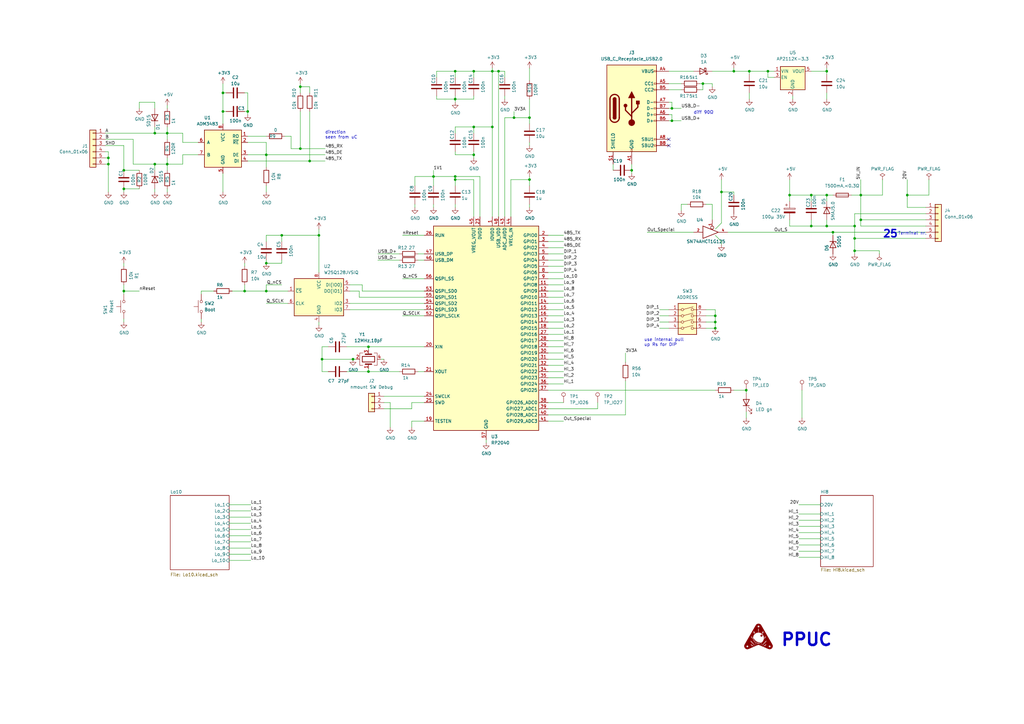
<source format=kicad_sch>
(kicad_sch (version 20211123) (generator eeschema)
  (paper "A3")
  (title_block (title "Out_8x10") (date "2023-10-08") (rev "0.01"))
  (junction (at 201.93 52.07))
  (junction (at 186.69 72.39))
  (junction (at 210.82 48.26))
  (junction (at 130.81 96.52))
  (junction (at 306.07 160.02))
  (junction (at 194.31 29.21))
  (junction (at 115.57 96.52))
  (junction (at 204.47 29.21))
  (junction (at 109.22 119.38))
  (junction (at 341.63 95.25))
  (junction (at 177.8 72.39))
  (junction (at 275.59 49.53))
  (junction (at 44.45 64.77))
  (junction (at 323.85 80.01))
  (junction (at 350.52 92.71))
  (junction (at 50.8 119.38))
  (junction (at 100.33 119.38))
  (junction (at 293.37 134.62))
  (junction (at 123.19 60.96))
  (junction (at 132.08 147.32))
  (junction (at 109.22 63.5))
  (junction (at 293.37 129.54))
  (junction (at 63.5 54.61))
  (junction (at 50.8 69.85))
  (junction (at 194.31 63.5))
  (junction (at 339.09 92.71))
  (junction (at 186.69 29.21))
  (junction (at 275.59 44.45))
  (junction (at 186.69 40.64))
  (junction (at 123.19 35.56))
  (junction (at 144.78 147.32))
  (junction (at 332.74 80.01))
  (junction (at 194.31 52.07))
  (junction (at 350.52 97.79))
  (junction (at 217.17 48.26))
  (junction (at 332.74 92.71))
  (junction (at 314.96 29.21))
  (junction (at 372.11 80.01))
  (junction (at 109.22 107.95))
  (junction (at 91.44 38.1))
  (junction (at 217.17 73.66))
  (junction (at 307.34 29.21))
  (junction (at 127 66.04))
  (junction (at 353.06 90.17))
  (junction (at 91.44 45.72))
  (junction (at 339.09 80.01))
  (junction (at 259.08 69.85))
  (junction (at 186.69 73.66))
  (junction (at 350.52 102.87))
  (junction (at 101.6 45.72))
  (junction (at 295.91 78.74))
  (junction (at 293.37 132.08))
  (junction (at 151.13 142.24))
  (junction (at 63.5 67.31))
  (junction (at 50.8 77.47))
  (junction (at 151.13 152.4))
  (junction (at 339.09 29.21))
  (junction (at 300.99 29.21))
  (junction (at 288.29 34.29))
  (junction (at 44.45 67.31))
  (junction (at 353.06 80.01))
  (junction (at 68.58 67.31))
  (junction (at 68.58 54.61))
  (junction (at 201.93 29.21))
  (no_connect (at 274.32 59.69))
  (no_connect (at 274.32 57.15))
  (wire (pts (xy 194.31 88.9) (xy 194.31 73.66)))
  (wire (pts (xy 142.24 152.4) (xy 151.13 152.4)))
  (wire (pts (xy 224.79 142.24) (xy 231.14 142.24)))
  (wire (pts (xy 224.79 144.78) (xy 231.14 144.78)))
  (wire (pts (xy 293.37 127) (xy 293.37 129.54)))
  (wire (pts (xy 314.96 31.75) (xy 317.5 31.75)))
  (wire (pts (xy 127 35.56) (xy 127 38.1)))
  (wire (pts (xy 217.17 83.82) (xy 217.17 85.09)))
  (wire (pts (xy 123.19 45.72) (xy 123.19 60.96)))
  (wire (pts (xy 50.8 107.95) (xy 50.8 109.22)))
  (wire (pts (xy 224.79 114.3) (xy 231.14 114.3)))
  (wire (pts (xy 186.69 62.23) (xy 186.69 63.5)))
  (wire (pts (xy 224.79 121.92) (xy 231.14 121.92)))
  (wire (pts (xy 353.06 80.01) (xy 353.06 90.17)))
  (wire (pts (xy 224.79 109.22) (xy 231.14 109.22)))
  (wire (pts (xy 63.5 77.47) (xy 63.5 78.74)))
  (wire (pts (xy 134.62 142.24) (xy 132.08 142.24)))
  (wire (pts (xy 115.57 96.52) (xy 130.81 96.52)))
  (wire (pts (xy 224.79 96.52) (xy 231.14 96.52)))
  (wire (pts (xy 179.07 29.21) (xy 179.07 31.75)))
  (wire (pts (xy 68.58 77.47) (xy 68.58 78.74)))
  (wire (pts (xy 100.33 119.38) (xy 109.22 119.38)))
  (wire (pts (xy 57.15 41.91) (xy 57.15 44.45)))
  (wire (pts (xy 123.19 35.56) (xy 123.19 38.1)))
  (wire (pts (xy 224.79 160.02) (xy 293.37 160.02)))
  (wire (pts (xy 173.99 172.72) (xy 168.91 172.72)))
  (wire (pts (xy 274.32 29.21) (xy 284.48 29.21)))
  (wire (pts (xy 115.57 116.84) (xy 109.22 116.84)))
  (wire (pts (xy 68.58 64.77) (xy 68.58 67.31)))
  (wire (pts (xy 360.68 104.14) (xy 360.68 102.87)))
  (wire (pts (xy 289.56 134.62) (xy 293.37 134.62)))
  (wire (pts (xy 82.55 119.38) (xy 87.63 119.38)))
  (wire (pts (xy 353.06 90.17) (xy 379.73 90.17)))
  (wire (pts (xy 300.99 27.94) (xy 300.99 29.21)))
  (wire (pts (xy 132.08 147.32) (xy 144.78 147.32)))
  (wire (pts (xy 289.56 127) (xy 293.37 127)))
  (wire (pts (xy 196.85 72.39) (xy 186.69 72.39)))
  (wire (pts (xy 306.07 168.91) (xy 306.07 171.45)))
  (wire (pts (xy 307.34 38.1) (xy 307.34 40.64)))
  (wire (pts (xy 194.31 52.07) (xy 194.31 54.61)))
  (wire (pts (xy 68.58 43.18) (xy 68.58 44.45)))
  (wire (pts (xy 186.69 63.5) (xy 194.31 63.5)))
  (wire (pts (xy 224.79 111.76) (xy 231.14 111.76)))
  (wire (pts (xy 353.06 73.66) (xy 353.06 80.01)))
  (wire (pts (xy 274.32 36.83) (xy 279.4 36.83)))
  (wire (pts (xy 270.51 127) (xy 274.32 127)))
  (wire (pts (xy 274.32 34.29) (xy 279.4 34.29)))
  (wire (pts (xy 217.17 76.2) (xy 217.17 73.66)))
  (wire (pts (xy 142.24 142.24) (xy 151.13 142.24)))
  (wire (pts (xy 323.85 73.66) (xy 323.85 80.01)))
  (wire (pts (xy 132.08 142.24) (xy 132.08 147.32)))
  (wire (pts (xy 74.93 67.31) (xy 74.93 63.5)))
  (wire (pts (xy 157.48 165.1) (xy 160.02 165.1)))
  (wire (pts (xy 93.98 229.87) (xy 102.87 229.87)))
  (wire (pts (xy 109.22 63.5) (xy 133.35 63.5)))
  (wire (pts (xy 307.34 29.21) (xy 307.34 30.48)))
  (wire (pts (xy 350.52 87.63) (xy 350.52 92.71)))
  (wire (pts (xy 194.31 73.66) (xy 186.69 73.66)))
  (wire (pts (xy 224.79 149.86) (xy 231.14 149.86)))
  (wire (pts (xy 327.66 226.06) (xy 336.55 226.06)))
  (wire (pts (xy 279.4 86.36) (xy 279.4 83.82)))
  (wire (pts (xy 101.6 58.42) (xy 109.22 58.42)))
  (wire (pts (xy 44.45 64.77) (xy 44.45 67.31)))
  (wire (pts (xy 251.46 67.31) (xy 251.46 69.85)))
  (wire (pts (xy 341.63 96.52) (xy 341.63 95.25)))
  (wire (pts (xy 43.18 57.15) (xy 54.61 57.15)))
  (wire (pts (xy 327.66 215.9) (xy 336.55 215.9)))
  (wire (pts (xy 274.32 49.53) (xy 275.59 49.53)))
  (wire (pts (xy 339.09 80.01) (xy 341.63 80.01)))
  (wire (pts (xy 44.45 62.23) (xy 44.45 64.77)))
  (wire (pts (xy 295.91 78.74) (xy 295.91 91.44)))
  (wire (pts (xy 325.12 39.37) (xy 325.12 40.64)))
  (wire (pts (xy 93.98 214.63) (xy 102.87 214.63)))
  (wire (pts (xy 201.93 29.21) (xy 204.47 29.21)))
  (wire (pts (xy 259.08 67.31) (xy 259.08 69.85)))
  (wire (pts (xy 339.09 38.1) (xy 339.09 40.64)))
  (wire (pts (xy 361.95 80.01) (xy 353.06 80.01)))
  (wire (pts (xy 327.66 210.82) (xy 336.55 210.82)))
  (wire (pts (xy 93.98 207.01) (xy 102.87 207.01)))
  (wire (pts (xy 82.55 119.38) (xy 82.55 120.65)))
  (wire (pts (xy 50.8 116.84) (xy 50.8 119.38)))
  (wire (pts (xy 93.98 212.09) (xy 102.87 212.09)))
  (wire (pts (xy 147.32 119.38) (xy 147.32 121.92)))
  (wire (pts (xy 74.93 63.5) (xy 81.28 63.5)))
  (wire (pts (xy 50.8 119.38) (xy 57.15 119.38)))
  (wire (pts (xy 201.93 29.21) (xy 201.93 52.07)))
  (wire (pts (xy 350.52 97.79) (xy 350.52 102.87)))
  (wire (pts (xy 130.81 96.52) (xy 130.81 111.76)))
  (wire (pts (xy 50.8 69.85) (xy 57.15 69.85)))
  (wire (pts (xy 177.8 72.39) (xy 177.8 76.2)))
  (wire (pts (xy 300.99 80.01) (xy 300.99 78.74)))
  (wire (pts (xy 92.71 38.1) (xy 91.44 38.1)))
  (wire (pts (xy 173.99 142.24) (xy 151.13 142.24)))
  (wire (pts (xy 157.48 167.64) (xy 168.91 167.64)))
  (wire (pts (xy 293.37 132.08) (xy 293.37 134.62)))
  (wire (pts (xy 224.79 129.54) (xy 231.14 129.54)))
  (wire (pts (xy 306.07 160.02) (xy 306.07 161.29)))
  (wire (pts (xy 170.18 72.39) (xy 177.8 72.39)))
  (wire (pts (xy 43.18 64.77) (xy 44.45 64.77)))
  (wire (pts (xy 186.69 29.21) (xy 186.69 31.75)))
  (wire (pts (xy 339.09 82.55) (xy 339.09 80.01)))
  (wire (pts (xy 217.17 40.64) (xy 217.17 48.26)))
  (wire (pts (xy 186.69 29.21) (xy 194.31 29.21)))
  (wire (pts (xy 372.11 85.09) (xy 372.11 80.01)))
  (wire (pts (xy 295.91 99.06) (xy 295.91 100.33)))
  (wire (pts (xy 154.94 104.14) (xy 163.83 104.14)))
  (wire (pts (xy 360.68 102.87) (xy 350.52 102.87)))
  (wire (pts (xy 43.18 54.61) (xy 63.5 54.61)))
  (wire (pts (xy 207.01 48.26) (xy 207.01 88.9)))
  (wire (pts (xy 270.51 129.54) (xy 274.32 129.54)))
  (wire (pts (xy 323.85 92.71) (xy 332.74 92.71)))
  (wire (pts (xy 353.06 90.17) (xy 353.06 92.71)))
  (wire (pts (xy 332.74 29.21) (xy 339.09 29.21)))
  (wire (pts (xy 63.5 54.61) (xy 68.58 54.61)))
  (wire (pts (xy 194.31 39.37) (xy 194.31 40.64)))
  (wire (pts (xy 157.48 162.56) (xy 173.99 162.56)))
  (wire (pts (xy 204.47 29.21) (xy 207.01 29.21)))
  (wire (pts (xy 332.74 82.55) (xy 332.74 80.01)))
  (wire (pts (xy 68.58 54.61) (xy 74.93 54.61)))
  (wire (pts (xy 270.51 134.62) (xy 274.32 134.62)))
  (wire (pts (xy 217.17 58.42) (xy 217.17 59.69)))
  (wire (pts (xy 101.6 45.72) (xy 101.6 46.99)))
  (wire (pts (xy 74.93 54.61) (xy 74.93 58.42)))
  (wire (pts (xy 288.29 34.29) (xy 292.1 34.29)))
  (wire (pts (xy 256.54 144.78) (xy 256.54 148.59)))
  (wire (pts (xy 54.61 57.15) (xy 54.61 67.31)))
  (wire (pts (xy 275.59 41.91) (xy 275.59 44.45)))
  (wire (pts (xy 314.96 29.21) (xy 317.5 29.21)))
  (wire (pts (xy 186.69 72.39) (xy 177.8 72.39)))
  (wire (pts (xy 50.8 77.47) (xy 50.8 78.74)))
  (wire (pts (xy 293.37 93.98) (xy 295.91 91.44)))
  (wire (pts (xy 171.45 104.14) (xy 173.99 104.14)))
  (wire (pts (xy 379.73 97.79) (xy 350.52 97.79)))
  (wire (pts (xy 339.09 92.71) (xy 332.74 92.71)))
  (wire (pts (xy 194.31 62.23) (xy 194.31 63.5)))
  (wire (pts (xy 171.45 152.4) (xy 173.99 152.4)))
  (wire (pts (xy 194.31 63.5) (xy 194.31 64.77)))
  (wire (pts (xy 372.11 80.01) (xy 381 80.01)))
  (wire (pts (xy 101.6 63.5) (xy 109.22 63.5)))
  (wire (pts (xy 224.79 99.06) (xy 231.14 99.06)))
  (wire (pts (xy 289.56 132.08) (xy 293.37 132.08)))
  (wire (pts (xy 207.01 48.26) (xy 210.82 48.26)))
  (wire (pts (xy 93.98 222.25) (xy 102.87 222.25)))
  (wire (pts (xy 44.45 67.31) (xy 44.45 78.74)))
  (wire (pts (xy 350.52 92.71) (xy 339.09 92.71)))
  (wire (pts (xy 168.91 165.1) (xy 173.99 165.1)))
  (wire (pts (xy 287.02 34.29) (xy 288.29 34.29)))
  (wire (pts (xy 339.09 90.17) (xy 339.09 92.71)))
  (wire (pts (xy 361.95 73.66) (xy 361.95 80.01)))
  (wire (pts (xy 68.58 67.31) (xy 74.93 67.31)))
  (wire (pts (xy 95.25 119.38) (xy 100.33 119.38)))
  (wire (pts (xy 300.99 29.21) (xy 307.34 29.21)))
  (wire (pts (xy 224.79 106.68) (xy 231.14 106.68)))
  (wire (pts (xy 217.17 48.26) (xy 217.17 50.8)))
  (wire (pts (xy 300.99 78.74) (xy 295.91 78.74)))
  (wire (pts (xy 179.07 39.37) (xy 179.07 40.64)))
  (wire (pts (xy 154.94 106.68) (xy 163.83 106.68)))
  (wire (pts (xy 274.32 46.99) (xy 275.59 46.99)))
  (wire (pts (xy 148.59 116.84) (xy 148.59 119.38)))
  (wire (pts (xy 91.44 38.1) (xy 91.44 45.72)))
  (wire (pts (xy 332.74 92.71) (xy 332.74 90.17)))
  (wire (pts (xy 171.45 106.68) (xy 173.99 106.68)))
  (wire (pts (xy 288.29 34.29) (xy 288.29 36.83)))
  (wire (pts (xy 109.22 124.46) (xy 118.11 124.46)))
  (wire (pts (xy 327.66 228.6) (xy 336.55 228.6)))
  (wire (pts (xy 109.22 99.06) (xy 109.22 96.52)))
  (wire (pts (xy 151.13 152.4) (xy 163.83 152.4)))
  (wire (pts (xy 381 80.01) (xy 381 73.66)))
  (wire (pts (xy 165.1 96.52) (xy 173.99 96.52)))
  (wire (pts (xy 168.91 167.64) (xy 168.91 165.1)))
  (wire (pts (xy 63.5 44.45) (xy 63.5 41.91)))
  (wire (pts (xy 323.85 80.01) (xy 332.74 80.01)))
  (wire (pts (xy 339.09 29.21) (xy 339.09 30.48)))
  (wire (pts (xy 68.58 54.61) (xy 68.58 57.15)))
  (wire (pts (xy 186.69 52.07) (xy 186.69 54.61)))
  (wire (pts (xy 132.08 152.4) (xy 134.62 152.4)))
  (wire (pts (xy 194.31 29.21) (xy 201.93 29.21)))
  (wire (pts (xy 379.73 87.63) (xy 350.52 87.63)))
  (wire (pts (xy 101.6 55.88) (xy 109.22 55.88)))
  (wire (pts (xy 57.15 77.47) (xy 50.8 77.47)))
  (wire (pts (xy 165.1 114.3) (xy 173.99 114.3)))
  (wire (pts (xy 307.34 29.21) (xy 314.96 29.21)))
  (wire (pts (xy 210.82 45.72) (xy 210.82 48.26)))
  (wire (pts (xy 170.18 83.82) (xy 170.18 85.09)))
  (wire (pts (xy 199.39 180.34) (xy 199.39 181.61)))
  (wire (pts (xy 224.79 104.14) (xy 231.14 104.14)))
  (wire (pts (xy 109.22 63.5) (xy 109.22 58.42)))
  (wire (pts (xy 224.79 134.62) (xy 231.14 134.62)))
  (wire (pts (xy 224.79 165.1) (xy 231.14 165.1)))
  (wire (pts (xy 350.52 102.87) (xy 350.52 104.14)))
  (wire (pts (xy 43.18 67.31) (xy 44.45 67.31)))
  (wire (pts (xy 293.37 129.54) (xy 293.37 132.08)))
  (wire (pts (xy 332.74 80.01) (xy 339.09 80.01)))
  (wire (pts (xy 279.4 83.82) (xy 281.94 83.82)))
  (wire (pts (xy 93.98 227.33) (xy 102.87 227.33)))
  (wire (pts (xy 292.1 34.29) (xy 292.1 35.56)))
  (wire (pts (xy 265.43 95.25) (xy 284.48 95.25)))
  (wire (pts (xy 50.8 119.38) (xy 50.8 120.65)))
  (wire (pts (xy 259.08 69.85) (xy 259.08 71.12)))
  (wire (pts (xy 93.98 219.71) (xy 102.87 219.71)))
  (wire (pts (xy 327.66 223.52) (xy 336.55 223.52)))
  (wire (pts (xy 123.19 60.96) (xy 133.35 60.96)))
  (wire (pts (xy 50.8 59.69) (xy 50.8 69.85)))
  (wire (pts (xy 349.25 80.01) (xy 353.06 80.01)))
  (wire (pts (xy 274.32 44.45) (xy 275.59 44.45)))
  (wire (pts (xy 224.79 139.7) (xy 231.14 139.7)))
  (wire (pts (xy 100.33 116.84) (xy 100.33 119.38)))
  (wire (pts (xy 116.84 55.88) (xy 119.38 55.88)))
  (wire (pts (xy 224.79 127) (xy 231.14 127)))
  (wire (pts (xy 224.79 170.18) (xy 256.54 170.18)))
  (wire (pts (xy 292.1 29.21) (xy 300.99 29.21)))
  (wire (pts (xy 289.56 83.82) (xy 292.1 83.82)))
  (wire (pts (xy 74.93 58.42) (xy 81.28 58.42)))
  (wire (pts (xy 63.5 41.91) (xy 57.15 41.91)))
  (wire (pts (xy 194.31 29.21) (xy 194.31 31.75)))
  (wire (pts (xy 109.22 96.52) (xy 115.57 96.52)))
  (wire (pts (xy 165.1 129.54) (xy 173.99 129.54)))
  (wire (pts (xy 194.31 52.07) (xy 201.93 52.07)))
  (wire (pts (xy 143.51 119.38) (xy 147.32 119.38)))
  (wire (pts (xy 132.08 147.32) (xy 132.08 152.4)))
  (wire (pts (xy 127 45.72) (xy 127 66.04)))
  (wire (pts (xy 323.85 82.55) (xy 323.85 80.01)))
  (wire (pts (xy 54.61 67.31) (xy 63.5 67.31)))
  (wire (pts (xy 119.38 55.88) (xy 119.38 60.96)))
  (wire (pts (xy 68.58 52.07) (xy 68.58 54.61)))
  (wire (pts (xy 148.59 119.38) (xy 173.99 119.38)))
  (wire (pts (xy 275.59 44.45) (xy 279.4 44.45)))
  (wire (pts (xy 82.55 130.81) (xy 82.55 132.08)))
  (wire (pts (xy 151.13 151.13) (xy 151.13 152.4)))
  (wire (pts (xy 92.71 45.72) (xy 91.44 45.72)))
  (wire (pts (xy 100.33 38.1) (xy 101.6 38.1)))
  (wire (pts (xy 292.1 83.82) (xy 292.1 90.17)))
  (wire (pts (xy 186.69 40.64) (xy 186.69 41.91)))
  (wire (pts (xy 207.01 39.37) (xy 207.01 40.64)))
  (wire (pts (xy 179.07 29.21) (xy 186.69 29.21)))
  (wire (pts (xy 186.69 40.64) (xy 194.31 40.64)))
  (wire (pts (xy 207.01 31.75) (xy 207.01 29.21)))
  (wire (pts (xy 339.09 27.94) (xy 339.09 29.21)))
  (wire (pts (xy 287.02 36.83) (xy 288.29 36.83)))
  (wire (pts (xy 224.79 124.46) (xy 231.14 124.46)))
  (wire (pts (xy 293.37 96.52) (xy 295.91 99.06)))
  (wire (pts (xy 143.51 127) (xy 173.99 127)))
  (wire (pts (xy 224.79 137.16) (xy 231.14 137.16)))
  (wire (pts (xy 91.44 71.12) (xy 91.44 78.74)))
  (wire (pts (xy 210.82 48.26) (xy 217.17 48.26)))
  (wire (pts (xy 168.91 172.72) (xy 168.91 175.26)))
  (wire (pts (xy 204.47 29.21) (xy 204.47 88.9)))
  (wire (pts (xy 245.11 165.1) (xy 245.11 167.64)))
  (wire (pts (xy 93.98 224.79) (xy 102.87 224.79)))
  (wire (pts (xy 224.79 147.32) (xy 231.14 147.32)))
  (wire (pts (xy 109.22 119.38) (xy 118.11 119.38)))
  (wire (pts (xy 209.55 88.9) (xy 209.55 73.66)))
  (wire (pts (xy 119.38 60.96) (xy 123.19 60.96)))
  (wire (pts (xy 224.79 116.84) (xy 231.14 116.84)))
  (wire (pts (xy 91.44 45.72) (xy 91.44 50.8)))
  (wire (pts (xy 186.69 72.39) (xy 186.69 73.66)))
  (wire (pts (xy 177.8 69.85) (xy 177.8 72.39)))
  (wire (pts (xy 201.93 27.94) (xy 201.93 29.21)))
  (wire (pts (xy 224.79 152.4) (xy 231.14 152.4)))
  (wire (pts (xy 256.54 156.21) (xy 256.54 170.18)))
  (wire (pts (xy 91.44 34.29) (xy 91.44 38.1)))
  (wire (pts (xy 170.18 76.2) (xy 170.18 72.39)))
  (wire (pts (xy 341.63 95.25) (xy 379.73 95.25)))
  (wire (pts (xy 115.57 106.68) (xy 115.57 107.95)))
  (wire (pts (xy 270.51 132.08) (xy 274.32 132.08)))
  (wire (pts (xy 100.33 45.72) (xy 101.6 45.72)))
  (wire (pts (xy 201.93 52.07) (xy 201.93 88.9)))
  (wire (pts (xy 224.79 172.72) (xy 231.14 172.72)))
  (wire (pts (xy 379.73 85.09) (xy 372.11 85.09)))
  (wire (pts (xy 100.33 107.95) (xy 100.33 109.22)))
  (wire (pts (xy 93.98 217.17) (xy 102.87 217.17)))
  (wire (pts (xy 130.81 93.98) (xy 130.81 96.52)))
  (wire (pts (xy 186.69 83.82) (xy 186.69 85.09)))
  (wire (pts (xy 101.6 66.04) (xy 127 66.04)))
  (wire (pts (xy 127 66.04) (xy 133.35 66.04)))
  (wire (pts (xy 179.07 40.64) (xy 186.69 40.64)))
  (wire (pts (xy 196.85 88.9) (xy 196.85 72.39)))
  (wire (pts (xy 350.52 92.71) (xy 350.52 97.79)))
  (wire (pts (xy 372.11 73.66) (xy 372.11 80.01)))
  (wire (pts (xy 224.79 119.38) (xy 231.14 119.38)))
  (wire (pts (xy 109.22 63.5) (xy 109.22 68.58)))
  (wire (pts (xy 186.69 39.37) (xy 186.69 40.64)))
  (wire (pts (xy 143.51 124.46) (xy 173.99 124.46)))
  (wire (pts (xy 156.21 147.32) (xy 157.48 147.32)))
  (wire (pts (xy 68.58 67.31) (xy 68.58 69.85)))
  (wire (pts (xy 186.69 73.66) (xy 186.69 76.2)))
  (wire (pts (xy 314.96 29.21) (xy 314.96 31.75)))
  (wire (pts (xy 123.19 35.56) (xy 127 35.56)))
  (wire (pts (xy 327.66 213.36) (xy 336.55 213.36)))
  (wire (pts (xy 224.79 167.64) (xy 245.11 167.64)))
  (wire (pts (xy 217.17 27.94) (xy 217.17 33.02)))
  (wire (pts (xy 328.93 160.02) (xy 328.93 171.45)))
  (wire (pts (xy 143.51 116.84) (xy 148.59 116.84)))
  (wire (pts (xy 209.55 73.66) (xy 217.17 73.66)))
  (wire (pts (xy 151.13 142.24) (xy 151.13 143.51)))
  (wire (pts (xy 63.5 52.07) (xy 63.5 54.61)))
  (wire (pts (xy 327.66 220.98) (xy 336.55 220.98)))
  (wire (pts (xy 50.8 59.69) (xy 43.18 59.69)))
  (wire (pts (xy 93.98 209.55) (xy 102.87 209.55)))
  (wire (pts (xy 323.85 90.17) (xy 323.85 92.71)))
  (wire (pts (xy 327.66 207.01) (xy 336.55 207.01)))
  (wire (pts (xy 224.79 101.6) (xy 231.14 101.6)))
  (wire (pts (xy 274.32 41.91) (xy 275.59 41.91)))
  (wire (pts (xy 224.79 154.94) (xy 231.14 154.94)))
  (wire (pts (xy 295.91 73.66) (xy 295.91 78.74)))
  (wire (pts (xy 101.6 38.1) (xy 101.6 45.72)))
  (wire (pts (xy 109.22 106.68) (xy 109.22 107.95)))
  (wire (pts (xy 130.81 132.08) (xy 130.81 133.35)))
  (wire (pts (xy 298.45 95.25) (xy 341.63 95.25)))
  (wire (pts (xy 327.66 218.44) (xy 336.55 218.44)))
  (wire (pts (xy 177.8 83.82) (xy 177.8 85.09)))
  (wire (pts (xy 144.78 147.32) (xy 146.05 147.32)))
  (wire (pts (xy 224.79 157.48) (xy 231.14 157.48)))
  (wire (pts (xy 160.02 165.1) (xy 160.02 175.26)))
  (wire (pts (xy 43.18 62.23) (xy 44.45 62.23)))
  (wire (pts (xy 186.69 52.07) (xy 194.31 52.07)))
  (wire (pts (xy 217.17 72.39) (xy 217.17 73.66)))
  (wire (pts (xy 275.59 49.53) (xy 279.4 49.53)))
  (wire (pts (xy 63.5 69.85) (xy 63.5 67.31)))
  (wire (pts (xy 115.57 107.95) (xy 109.22 107.95)))
  (wire (pts (xy 123.19 34.29) (xy 123.19 35.56)))
  (wire (pts (xy 353.06 92.71) (xy 379.73 92.71)))
  (wire (pts (xy 300.99 160.02) (xy 306.07 160.02)))
  (wire (pts (xy 147.32 121.92) (xy 173.99 121.92)))
  (wire (pts (xy 50.8 130.81) (xy 50.8 132.08)))
  (wire (pts (xy 115.57 96.52) (xy 115.57 99.06)))
  (wire (pts (xy 275.59 46.99) (xy 275.59 49.53)))
  (wire (pts (xy 289.56 129.54) (xy 293.37 129.54)))
  (wire (pts (xy 109.22 76.2) (xy 109.22 78.74)))
  (wire (pts (xy 224.79 132.08) (xy 231.14 132.08)))
  (wire (pts (xy 109.22 116.84) (xy 109.22 119.38)))
  (wire (pts (xy 63.5 67.31) (xy 68.58 67.31)))
  (text "use internal pull\nup Rs for DIP" (at 264.16 142.24 0) (effects (font (size 1.27 1.27)) (justify left bottom)))
  (text "diff 90Ω" (at 284.48 46.99 0) (effects (font (size 1.27 1.27)) (justify left bottom)))
  (text "Terminal nr." (at 368.3 96.52 0) (effects (font (size 1.27 1.27)) (justify left bottom)))
  (text "direction\nseen from uC" (at 133.35 57.15 0) (effects (font (size 1.27 1.27)) (justify left bottom)))
  (text "25" (at 361.95 97.79 0) (effects (font (size 3 3) (thickness 0.6) bold) (justify left bottom)))
  (text "PPUC" (at 320.04 265.43 0) (effects (font (size 5 5) bold) (justify left bottom)))
  (label "Hi_5" (at 231.14 147.32 0))
  (label "DIP_2" (at 270.51 129.54 180))
  (label "Lo_10" (at 102.87 229.87 0))
  (label "DIP_1" (at 270.51 127 180))
  (label "Q_SCLK" (at 109.22 124.46 0))
  (label "nReset" (at 57.15 119.38 0))
  (label "Lo_4" (at 102.87 214.63 0))
  (label "Lo_9" (at 231.14 116.84 0))
  (label "SHD" (at 43.18 59.69 0))
  (label "Hi_8" (at 327.66 228.6 180))
  (label "DIP_3" (at 231.14 109.22 0))
  (label "Lo_3" (at 102.87 212.09 0))
  (label "Lo_5" (at 231.14 127 0))
  (label "Hi_6" (at 327.66 223.52 180))
  (label "Hi_2" (at 231.14 154.94 0))
  (label "20V" (at 372.11 73.66 90))
  (label "USB_D+" (at 154.94 104.14 0))
  (label "DIP_2" (at 231.14 106.68 0))
  (label "A" (at 43.18 54.61 0))
  (label "Hi_3" (at 231.14 152.4 0))
  (label "Hi_2" (at 327.66 213.36 180))
  (label "Lo_10" (at 231.14 114.3 0))
  (label "Q_nCS" (at 115.57 116.84 180))
  (label "USB_D-" (at 154.94 106.68 0))
  (label "Q_nCS" (at 165.1 114.3 0))
  (label "Hi_7" (at 327.66 226.06 180))
  (label "Out_S" (at 317.5 95.25 0))
  (label "Lo_1" (at 231.14 137.16 0))
  (label "Lo_2" (at 231.14 134.62 0))
  (label "Lo_6" (at 102.87 219.71 0))
  (label "485_DE" (at 231.14 101.6 0))
  (label "USB_D-" (at 279.4 44.45 0))
  (label "Lo_8" (at 231.14 119.38 0))
  (label "Lo_5" (at 102.87 217.17 0))
  (label "485_TX" (at 231.14 96.52 0))
  (label "Lo_7" (at 231.14 121.92 0))
  (label "Hi_4" (at 327.66 218.44 180))
  (label "Hi_4" (at 231.14 149.86 0))
  (label "485_RX" (at 133.35 60.96 0))
  (label "3V3A" (at 210.82 45.72 0))
  (label "Lo_7" (at 102.87 222.25 0))
  (label "Lo_1" (at 102.87 207.01 0))
  (label "1V1" (at 177.8 69.85 0))
  (label "DIP_3" (at 270.51 132.08 180))
  (label "3V3A" (at 256.54 144.78 0))
  (label "5V_IN" (at 353.06 73.66 90))
  (label "485_DE" (at 133.35 63.5 0))
  (label "Hi_8" (at 231.14 139.7 0))
  (label "Lo_4" (at 231.14 129.54 0))
  (label "Hi_1" (at 231.14 157.48 0))
  (label "Lo_6" (at 231.14 124.46 0))
  (label "Hi_5" (at 327.66 220.98 180))
  (label "Hi_3" (at 327.66 215.9 180))
  (label "DIP_4" (at 270.51 134.62 180))
  (label "Out_Special" (at 265.43 95.25 0))
  (label "USB_D+" (at 279.4 49.53 0))
  (label "20V" (at 327.66 207.01 180))
  (label "Hi_6" (at 231.14 144.78 0))
  (label "Lo_8" (at 102.87 224.79 0))
  (label "485_RX" (at 231.14 99.06 0))
  (label "nReset" (at 165.1 96.52 0))
  (label "Out_Special" (at 231.14 172.72 0))
  (label "Lo_9" (at 102.87 227.33 0))
  (label "Q_SCLK" (at 165.1 129.54 0))
  (label "Hi_1" (at 327.66 210.82 180))
  (label "Lo_3" (at 231.14 132.08 0))
  (label "DIP_4" (at 231.14 111.76 0))
  (label "B" (at 43.18 57.15 0))
  (label "Lo_2" (at 102.87 209.55 0))
  (label "Hi_7" (at 231.14 142.24 0))
  (label "485_TX" (at 133.35 66.04 0))
  (label "DIP_1" (at 231.14 104.14 0))
  (symbol (lib_id "power:GND") (at 57.15 44.45 0) (unit 1)
    (property "Reference" "#PWR0106" (effects hide))
    (property "Value" "GND" (at 57.277 48.8442 0))
  )
  (symbol (lib_id "power:GND") (at 177.8 85.09 0) (unit 1)
    (property "Reference" "#PWR0114" (effects hide))
    (property "Value" "GND" (at 177.927 89.4842 0))
  )
  (symbol (lib_id "Connector_Generic:Conn_01x03") (at 152.4 165.1 0) (mirror y) (unit 1) (in_bom no)
    (property "Reference" "J2" (at 152.4 156.21 0))
    (property "Value" "nmount SW Debug" (at 152.4 158.75 0))
    (property "Footprint" "Connector_PinSocket_2.54mm:PinSocket_1x03_P2.54mm_Vertical" (effects hide))
  )
  (symbol (lib_id "Device:Fuse") (at 345.44 80.01 90) (unit 1)
    (property "Reference" "F1" (at 345.44 73.66 90))
    (property "Value" "T500mA,<0.3Ω" (at 345.44 76.2 90))
    (property "Footprint" "Fuse:Fuse_1206_3216Metric" (effects hide))
  )
  (symbol (lib_id "Device:R") (at 283.21 34.29 90) (unit 1)
    (property "Reference" "R16" (at 280.67 31.75 90))
    (property "Value" "5k1" (at 284.48 31.75 90))
    (property "Footprint" "Resistor_SMD:R_0603_1608Metric" (effects hide))
  )
  (symbol (lib_id "Device:C") (at 339.09 34.29 0) (unit 1)
    (property "Reference" "C24" (at 342.9 33.0199 0) (effects (justify left)))
    (property "Value" "10u" (at 342.9 35.5599 0) (effects (justify left)))
    (property "Footprint" "Capacitor_SMD:C_0603_1608Metric" (effects hide))
  )
  (symbol (lib_id "Device:C") (at 300.99 83.82 0) (unit 1)
    (property "Reference" "C20" (at 299.72 82.55 90) (effects (justify left)))
    (property "Value" "100n" (at 304.8 86.36 90) (effects (justify left)))
    (property "Footprint" "Capacitor_SMD:C_0402_1005Metric" (effects hide))
  )
  (symbol (lib_id "power:GND") (at 217.17 85.09 0) (unit 1)
    (property "Reference" "#PWR0127" (effects hide))
    (property "Value" "GND" (at 217.297 89.4842 0))
  )
  (symbol (lib_id "Device:R") (at 297.18 160.02 90) (unit 1)
    (property "Reference" "R19" (at 295.91 157.48 90))
    (property "Value" "1k" (at 295.91 162.56 90))
    (property "Footprint" "Resistor_SMD:R_0402_1005Metric" (effects hide))
  )
  (symbol (lib_id "Device:D_Zener") (at 339.09 86.36 270) (unit 1)
    (property "Reference" "D5" (at 337.82 81.28 0) (effects (justify left)))
    (property "Value" "SMAJ5.0" (at 341.63 82.55 0) (effects (justify left)))
    (property "Footprint" "Diode_SMD:D_SMA" (effects hide))
  )
  (symbol (lib_id "Device:R") (at 123.19 41.91 0) (unit 1)
    (property "Reference" "R10" (at 120.65 38.1 90))
    (property "Value" "10k" (at 120.65 43.18 90))
    (property "Footprint" "Resistor_SMD:R_0603_1608Metric" (effects hide))
  )
  (symbol (lib_id "Device:D_Zener") (at 63.5 48.26 90) (unit 1)
    (property "Reference" "D1" (at 64.77 53.34 0) (effects (justify left)))
    (property "Value" "SD15" (at 60.96 52.07 0) (effects (justify left)))
    (property "Footprint" "Diode_SMD:D_SOD-323" (effects hide))
  )
  (symbol (lib_id "Device:C") (at 138.43 152.4 90) (unit 1)
    (property "Reference" "C7" (at 135.89 156.21 90))
    (property "Value" "27pF" (at 140.97 156.21 90))
    (property "Footprint" "Capacitor_SMD:C_0402_1005Metric" (effects hide))
  )
  (symbol (lib_id "power:+3V3") (at 201.93 27.94 0) (unit 1)
    (property "Reference" "#PWR0132" (effects hide))
    (property "Value" "+3V3" (at 202.311 23.5458 0))
  )
  (symbol (lib_id "power:GND") (at 328.93 171.45 0) (unit 1)
    (property "Reference" "#PWR0140" (effects hide))
    (property "Value" "GND" (at 329.057 175.8442 0))
  )
  (symbol (lib_id "power:GND") (at 44.45 78.74 0) (unit 1)
    (property "Reference" "#PWR0104" (effects hide))
    (property "Value" "GND" (at 44.577 83.1342 0))
  )
  (symbol (lib_id "power:+3V3") (at 91.44 34.29 0) (unit 1)
    (property "Reference" "#PWR0110" (effects hide))
    (property "Value" "+3V3" (at 91.821 29.8958 0))
  )
  (symbol (lib_id "power:+3V3") (at 100.33 107.95 0) (unit 1)
    (property "Reference" "#PWR0149" (effects hide))
    (property "Value" "+3V3" (at 100.711 103.5558 0))
  )
  (symbol (lib_id "power:GND") (at 144.78 147.32 0) (unit 1)
    (property "Reference" "#PWR0141" (effects hide))
    (property "Value" "GND" (at 144.907 151.7142 0))
  )
  (symbol (lib_id "Device:D_Zener") (at 341.63 100.33 270) (unit 1)
    (property "Reference" "D6" (at 339.09 100.33 0) (effects (justify left)))
    (property "Value" "SD05" (at 344.17 96.52 0) (effects (justify left)))
    (property "Footprint" "Diode_SMD:D_SOD-323" (effects hide))
  )
  (symbol (lib_id "power:GND") (at 194.31 64.77 0) (unit 1)
    (property "Reference" "#PWR0108" (effects hide))
    (property "Value" "GND" (at 194.437 69.1642 0))
  )
  (symbol (lib_id "Device:R") (at 256.54 152.4 0) (unit 1)
    (property "Reference" "R56" (at 259.08 151.1299 0) (effects (justify left)))
    (property "Value" "10k" (at 259.08 153.6699 0) (effects (justify left)))
    (property "Footprint" "Resistor_SMD:R_0603_1608Metric" (effects hide))
  )
  (symbol (lib_id "power:GND") (at 68.58 78.74 0) (unit 1)
    (property "Reference" "#PWR0101" (effects hide))
    (property "Value" "GND" (at 68.707 83.1342 0))
  )
  (symbol (lib_id "power:+5V") (at 300.99 27.94 0) (unit 1)
    (property "Reference" "#PWR0124" (effects hide))
    (property "Value" "+5V" (at 301.371 23.5458 0))
  )
  (symbol (lib_id "Device:R") (at 167.64 152.4 90) (unit 1)
    (property "Reference" "R14" (at 166.37 149.86 90))
    (property "Value" "1k" (at 166.37 154.94 90))
    (property "Footprint" "Resistor_SMD:R_0402_1005Metric" (effects hide))
  )
  (symbol (lib_id "Device:C") (at 186.69 58.42 0) (unit 1)
    (property "Reference" "C12" (at 185.42 57.15 90) (effects (justify left)))
    (property "Value" "100n" (at 190.5 60.96 90) (effects (justify left)))
    (property "Footprint" "Capacitor_SMD:C_0402_1005Metric" (effects hide))
  )
  (symbol (lib_id "power:GND") (at 306.07 171.45 0) (unit 1)
    (property "Reference" "#PWR0139" (effects hide))
    (property "Value" "GND" (at 306.197 175.8442 0))
  )
  (symbol (lib_id "Device:R") (at 217.17 36.83 0) (unit 1)
    (property "Reference" "R15" (at 217.17 38.1 90) (effects (justify left)))
    (property "Value" "100R" (at 219.71 39.37 90) (effects (justify left)))
    (property "Footprint" "Resistor_SMD:R_0603_1608Metric" (effects hide))
  )
  (symbol (lib_id "power:GND") (at 50.8 78.74 0) (unit 1)
    (property "Reference" "#PWR0103" (effects hide))
    (property "Value" "GND" (at 50.927 83.1342 0))
  )
  (symbol (lib_id "Connector_Generic:Conn_01x06") (at 38.1 59.69 0) (mirror y) (unit 1)
    (property "Reference" "J1" (at 36.068 59.8932 0) (effects (justify left)))
    (property "Value" "Conn_01x06" (at 36.068 62.2046 0) (effects (justify left)))
    (property "Footprint" "Out_8x10:Terminal_Block_RTMPin" (effects hide))
  )
  (symbol (lib_id "Device:Crystal_GND24") (at 151.13 147.32 90) (unit 1)
    (property "Reference" "Y1" (at 148.59 137.16 90))
    (property "Value" "12MHz,18pF" (at 151.13 139.7 90))
    (property "Footprint" "Crystal:Crystal_SMD_3225-4Pin_3.2x2.5mm" (effects hide))
  )
  (symbol (lib_id "Connector:USB_C_Receptacle_USB2.0") (at 259.08 44.45 0) (unit 1)
    (property "Reference" "J3" (at 259.08 21.59 0))
    (property "Value" "USB_C_Receptacle_USB2.0" (at 259.08 24.13 0))
    (property "Footprint" "Connector_USB:USB_C_Receptacle_XKB_U262-16XN-4BVC11" (effects hide))
    (property "Datasheet" "https://www.usb.org/sites/default/files/documents/usb_type-c.zip" (effects hide))
    (property "Note" "check D+/D- in layout regarding flipped connection" (effects hide))
  )
  (symbol (lib_id "power:GND") (at 350.52 104.14 0) (unit 1)
    (property "Reference" "#PWR0133" (effects hide))
    (property "Value" "GND" (at 350.647 108.5342 0))
  )
  (symbol (lib_id "Interface_UART:SP3485EN") (at 91.44 60.96 0) (mirror y) (unit 1)
    (property "Reference" "U1" (at 85.09 48.26 0))
    (property "Value" "ADM3483" (at 85.09 50.8 0))
    (property "Footprint" "Package_SO:SOIC-8_3.9x4.9mm_P1.27mm" (effects hide))
    (property "Datasheet" "http://www.icbase.com/pdf/SPX/SPX00480106.pdf" (effects hide))
  )
  (symbol (lib_id "power:GND") (at 341.63 104.14 0) (unit 1)
    (property "Reference" "#PWR0134" (effects hide))
    (property "Value" "GND" (at 341.757 108.5342 0))
  )
  (symbol (lib_id "power:GND") (at 259.08 71.12 0) (unit 1)
    (property "Reference" "#PWR0118" (effects hide))
    (property "Value" "GND" (at 259.207 75.5142 0))
  )
  (symbol (lib_id "power:+5V") (at 323.85 73.66 0) (unit 1)
    (property "Reference" "#PWR0126" (effects hide))
    (property "Value" "+5V" (at 324.231 69.2658 0))
  )
  (symbol (lib_id "MCU_RaspberryPi:RP2040") (at 199.39 134.62 0) (unit 1)
    (property "Reference" "U3" (at 201.4094 179.07 0) (effects (justify left)))
    (property "Value" "RP2040" (at 201.4094 181.61 0) (effects (justify left)))
    (property "Footprint" "Package_DFN_QFN:QFN-56-1EP_7x7mm_P0.4mm_EP3.2x3.2mm" (effects hide))
    (property "Datasheet" "https://datasheets.raspberrypi.com/rp2040/rp2040-datasheet.pdf" (effects hide))
  )
  (symbol (lib_id "Device:C") (at 217.17 80.01 0) (unit 1)
    (property "Reference" "C18" (at 219.71 78.74 0) (effects (justify left)))
    (property "Value" "1u" (at 219.71 81.28 0) (effects (justify left)))
    (property "Footprint" "Capacitor_SMD:C_0402_1005Metric" (effects hide))
    (property "Note" "close to pin 44" (effects hide))
  )
  (symbol (lib_id "power:GND") (at 325.12 40.64 0) (unit 1)
    (property "Reference" "#PWR0119" (effects hide))
    (property "Value" "GND" (at 325.247 45.0342 0))
  )
  (symbol (lib_id "Device:C") (at 332.74 86.36 0) (unit 1)
    (property "Reference" "C23" (at 331.47 85.09 90) (effects (justify left)))
    (property "Value" "100n" (at 334.01 85.09 90) (effects (justify left)))
    (property "Footprint" "Capacitor_SMD:C_0402_1005Metric" (effects hide))
  )
  (symbol (lib_id "power:+3V3") (at 217.17 27.94 0) (unit 1)
    (property "Reference" "#PWR0130" (effects hide))
    (property "Value" "+3V3" (at 217.551 23.5458 0))
  )
  (symbol (lib_id "Device:C") (at 194.31 58.42 0) (unit 1)
    (property "Reference" "C15" (at 193.04 57.15 90) (effects (justify left)))
    (property "Value" "100n" (at 198.12 60.96 90) (effects (justify left)))
    (property "Footprint" "Capacitor_SMD:C_0402_1005Metric" (effects hide))
  )
  (symbol (lib_id "power:GND") (at 207.01 40.64 0) (unit 1)
    (property "Reference" "#PWR0131" (effects hide))
    (property "Value" "GND" (at 207.137 45.0342 0))
  )
  (symbol (lib_id "Device:R") (at 100.33 113.03 0) (unit 1)
    (property "Reference" "R7" (at 102.87 111.7599 0) (effects (justify left)))
    (property "Value" "10k" (at 102.87 114.2999 0) (effects (justify left)))
    (property "Footprint" "Resistor_SMD:R_0603_1608Metric" (effects hide))
  )
  (symbol (lib_id "Device:C") (at 186.69 35.56 0) (unit 1)
    (property "Reference" "C11" (at 185.42 34.29 90) (effects (justify left)))
    (property "Value" "100n" (at 190.5 38.1 90) (effects (justify left)))
    (property "Footprint" "Capacitor_SMD:C_0402_1005Metric" (effects hide))
  )
  (symbol (lib_id "Device:C") (at 50.8 73.66 0) (unit 1)
    (property "Reference" "C1" (at 49.53 72.39 90) (effects (justify left)))
    (property "Value" "100n" (at 54.61 76.2 90) (effects (justify left)))
    (property "Footprint" "Capacitor_SMD:C_0402_1005Metric" (effects hide))
  )
  (symbol (lib_id "power:GND") (at 109.22 107.95 0) (unit 1)
    (property "Reference" "#PWR0150" (effects hide))
    (property "Value" "GND" (at 109.347 112.3442 0))
  )
  (symbol (lib_id "Connector:TestPoint") (at 231.14 165.1 0) (unit 1)
    (property "Reference" "TP1" (at 233.68 162.56 0) (effects (justify left)))
    (property "Value" "TP_IO26" (at 233.68 165.1 0) (effects (justify left)))
    (property "Footprint" "TestPoint:TestPoint_Pad_D1.0mm" (effects hide))
  )
  (symbol (lib_id "Device:C") (at 96.52 38.1 90) (unit 1)
    (property "Reference" "C2" (at 96.52 31.75 90))
    (property "Value" "10u" (at 96.52 34.29 90))
    (property "Footprint" "Capacitor_SMD:C_0603_1608Metric" (effects hide))
  )
  (symbol (lib_id "power:GND") (at 217.17 59.69 0) (unit 1)
    (property "Reference" "#PWR0128" (effects hide))
    (property "Value" "GND" (at 217.297 64.0842 0))
  )
  (symbol (lib_id "power:GND") (at 63.5 78.74 0) (unit 1)
    (property "Reference" "#PWR0102" (effects hide))
    (property "Value" "GND" (at 63.627 83.1342 0))
  )
  (symbol (lib_id "power:GND") (at 157.48 147.32 0) (unit 1)
    (property "Reference" "#PWR0145" (effects hide))
    (property "Value" "GND" (at 157.607 151.7142 0))
  )
  (symbol (lib_id "power:GND") (at 339.09 40.64 0) (unit 1)
    (property "Reference" "#PWR0120" (effects hide))
    (property "Value" "GND" (at 339.217 45.0342 0))
  )
  (symbol (lib_id "Device:R") (at 113.03 55.88 90) (unit 1)
    (property "Reference" "R9" (at 111.76 55.88 90))
    (property "Value" "0" (at 113.03 53.34 90))
    (property "Footprint" "Resistor_SMD:R_0603_1608Metric" (effects hide))
  )
  (symbol (lib_id "Device:R") (at 68.58 48.26 0) (unit 1)
    (property "Reference" "R3" (at 68.58 49.53 90) (effects (justify left)))
    (property "Value" "1k" (at 71.12 50.8 90) (effects (justify left)))
    (property "Footprint" "Resistor_SMD:R_0402_1005Metric" (effects hide))
  )
  (symbol (lib_id "Device:R") (at 68.58 73.66 0) (unit 1)
    (property "Reference" "R5" (at 68.58 74.93 90) (effects (justify left)))
    (property "Value" "1k" (at 71.12 76.2 90) (effects (justify left)))
    (property "Footprint" "Resistor_SMD:R_0402_1005Metric" (effects hide))
  )
  (symbol (lib_id "power:GND") (at 130.81 133.35 0) (unit 1)
    (property "Reference" "#PWR0151" (effects hide))
    (property "Value" "GND" (at 130.937 137.7442 0))
  )
  (symbol (lib_id "power:GND") (at 82.55 132.08 0) (unit 1)
    (property "Reference" "#PWR0147" (effects hide))
    (property "Value" "GND" (at 82.677 136.4742 0))
  )
  (symbol (lib_id "power:GND") (at 101.6 46.99 0) (unit 1)
    (property "Reference" "#PWR0109" (effects hide))
    (property "Value" "GND" (at 101.727 51.3842 0))
  )
  (symbol (lib_id "Device:R") (at 68.58 60.96 0) (unit 1)
    (property "Reference" "R4" (at 68.58 62.23 90) (effects (justify left)))
    (property "Value" "120R" (at 71.12 63.5 90) (effects (justify left)))
    (property "Footprint" "Resistor_SMD:R_0603_1608Metric" (effects hide))
  )
  (symbol (lib_id "Device:C") (at 186.69 80.01 0) (unit 1)
    (property "Reference" "C13" (at 189.23 78.74 0) (effects (justify left)))
    (property "Value" "1u" (at 189.23 81.28 0) (effects (justify left)))
    (property "Footprint" "Capacitor_SMD:C_0402_1005Metric" (effects hide))
    (property "Note" "close to pin 45" (effects hide))
  )
  (symbol (lib_id "Device:C") (at 217.17 54.61 0) (unit 1)
    (property "Reference" "C17" (at 219.71 53.34 0) (effects (justify left)))
    (property "Value" "10u" (at 219.71 55.88 0) (effects (justify left)))
    (property "Footprint" "Capacitor_SMD:C_0603_1608Metric" (effects hide))
    (property "Note" "close to pin 44" (effects hide))
  )
  (symbol (lib_id "power:GND") (at 168.91 175.26 0) (unit 1)
    (property "Reference" "#PWR0142" (effects hide))
    (property "Value" "GND" (at 169.037 179.6542 0))
  )
  (symbol (lib_id "Device:R") (at 109.22 72.39 180) (unit 1)
    (property "Reference" "R8" (at 114.4778 72.39 90))
    (property "Value" "10k" (at 112.1664 72.39 90))
    (property "Footprint" "Resistor_SMD:R_0603_1608Metric" (effects hide))
  )
  (symbol (lib_id "PPUC_LOGO_LIB:LOGO") (at 311.15 261.62 0) (unit 1)
    (property "Reference" "#G1" (effects hide))
    (property "Value" "LOGO" (effects hide))
  )
  (symbol (lib_id "power:GND") (at 292.1 35.56 0) (unit 1)
    (property "Reference" "#PWR0123" (effects hide))
    (property "Value" "GND" (at 292.227 39.9542 0))
  )
  (symbol (lib_id "power:GND") (at 91.44 78.74 0) (unit 1)
    (property "Reference" "#PWR0116" (effects hide))
    (property "Value" "GND" (at 91.567 83.1342 0))
  )
  (symbol (lib_id "Device:C") (at 255.27 69.85 90) (unit 1)
    (property "Reference" "C19" (at 255.27 66.04 90) (effects (justify left)))
    (property "Value" "100n" (at 256.54 73.66 90) (effects (justify left)))
    (property "Footprint" "Capacitor_SMD:C_0402_1005Metric" (effects hide))
  )
  (symbol (lib_id "Device:C") (at 207.01 35.56 0) (unit 1)
    (property "Reference" "C16" (at 205.74 34.29 90) (effects (justify left)))
    (property "Value" "100n" (at 210.82 38.1 90) (effects (justify left)))
    (property "Footprint" "Capacitor_SMD:C_0402_1005Metric" (effects hide))
    (property "Note" "together with C at pin 49" (effects hide))
  )
  (symbol (lib_id "Switch:SW_DIP_x04") (at 281.94 132.08 0) (unit 1)
    (property "Reference" "SW3" (at 281.94 119.38 0))
    (property "Value" "ADDRESS" (at 281.94 121.92 0))
    (property "Footprint" "Button_Switch_SMD:SW_DIP_SPSTx04_Slide_6.7x11.72mm_W8.61mm_P2.54mm_LowProfile" (effects hide))
  )
  (symbol (lib_id "Device:C") (at 194.31 35.56 0) (unit 1)
    (property "Reference" "C14" (at 193.04 34.29 90) (effects (justify left)))
    (property "Value" "100n" (at 198.12 38.1 90) (effects (justify left)))
    (property "Footprint" "Capacitor_SMD:C_0402_1005Metric" (effects hide))
  )
  (symbol (lib_id "power:GND") (at 50.8 132.08 0) (unit 1)
    (property "Reference" "#PWR0148" (effects hide))
    (property "Value" "GND" (at 50.927 136.4742 0))
  )
  (symbol (lib_id "Switch:SW_Push") (at 50.8 125.73 90) (unit 1)
    (property "Reference" "SW1" (at 43.18 127 0))
    (property "Value" "Reset" (at 45.72 125.73 0))
    (property "Footprint" "Button_Switch_SMD:SW_SPST_SKQG_WithStem" (effects hide))
  )
  (symbol (lib_id "Device:C") (at 170.18 80.01 0) (unit 1)
    (property "Reference" "C8" (at 168.91 78.74 90) (effects (justify left)))
    (property "Value" "100n" (at 173.99 82.55 90) (effects (justify left)))
    (property "Footprint" "Capacitor_SMD:C_0402_1005Metric" (effects hide))
  )
  (symbol (lib_id "Device:C") (at 307.34 34.29 0) (unit 1)
    (property "Reference" "C21" (at 311.15 33.0199 0) (effects (justify left)))
    (property "Value" "10u" (at 311.15 35.5599 0) (effects (justify left)))
    (property "Footprint" "Capacitor_SMD:C_0603_1608Metric" (effects hide))
  )
  (symbol (lib_id "Device:LED") (at 306.07 165.1 90) (unit 1)
    (property "Reference" "D4" (at 309.88 165.4174 90) (effects (justify right)))
    (property "Value" "LED gn" (at 309.88 167.9574 90) (effects (justify right)))
    (property "Footprint" "LED_SMD:LED_0805_2012Metric" (effects hide))
  )
  (symbol (lib_id "power:GND") (at 186.69 41.91 0) (unit 1)
    (property "Reference" "#PWR0107" (effects hide))
    (property "Value" "GND" (at 186.817 46.3042 0))
  )
  (symbol (lib_id "Device:R") (at 285.75 83.82 270) (unit 1)
    (property "Reference" "R18" (at 285.75 78.5622 90))
    (property "Value" "10k" (at 285.75 80.8736 90))
    (property "Footprint" "Resistor_SMD:R_0603_1608Metric" (effects hide))
  )
  (symbol (lib_id "74xGxx:74AHC1G125") (at 292.1 95.25 0) (unit 1)
    (property "Reference" "U4" (at 287.02 90.17 0))
    (property "Value" "SN74AHCT1G125" (at 289.56 99.06 0))
    (property "Footprint" "Package_TO_SOT_SMD:SOT-23-5" (effects hide))
    (property "Datasheet" "http://www.ti.com/lit/sg/scyt129e/scyt129e.pdf" (effects hide))
  )
  (symbol (lib_id "power:+3V3") (at 123.19 34.29 0) (unit 1)
    (property "Reference" "#PWR0111" (effects hide))
    (property "Value" "+3V3" (at 123.571 29.8958 0))
  )
  (symbol (lib_id "Device:C") (at 179.07 35.56 0) (unit 1)
    (property "Reference" "C10" (at 177.8 34.29 90) (effects (justify left)))
    (property "Value" "100n" (at 182.88 38.1 90) (effects (justify left)))
    (property "Footprint" "Capacitor_SMD:C_0402_1005Metric" (effects hide))
  )
  (symbol (lib_id "Connector:TestPoint") (at 245.11 165.1 0) (unit 1)
    (property "Reference" "TP2" (at 247.65 162.56 0) (effects (justify left)))
    (property "Value" "TP_IO27" (at 247.65 165.1 0) (effects (justify left)))
    (property "Footprint" "TestPoint:TestPoint_Pad_D1.0mm" (effects hide))
  )
  (symbol (lib_id "Device:R") (at 283.21 36.83 90) (unit 1)
    (property "Reference" "R17" (at 280.67 39.37 90))
    (property "Value" "5k1" (at 284.48 39.37 90))
    (property "Footprint" "Resistor_SMD:R_0603_1608Metric" (effects hide))
  )
  (symbol (lib_id "power:+3V3") (at 50.8 107.95 0) (unit 1)
    (property "Reference" "#PWR0146" (effects hide))
    (property "Value" "+3V3" (at 51.181 103.5558 0))
  )
  (symbol (lib_id "Device:D_Zener") (at 63.5 73.66 270) (unit 1)
    (property "Reference" "D2" (at 62.23 68.58 0) (effects (justify left)))
    (property "Value" "SD15" (at 66.04 69.85 0) (effects (justify left)))
    (property "Footprint" "Diode_SMD:D_SOD-323" (effects hide))
  )
  (symbol (lib_id "Device:C") (at 138.43 142.24 90) (unit 1)
    (property "Reference" "C6" (at 135.89 140.97 0) (effects (justify left)))
    (property "Value" "27pF" (at 140.97 140.97 0) (effects (justify left)))
    (property "Footprint" "Capacitor_SMD:C_0402_1005Metric" (effects hide))
  )
  (symbol (lib_id "power:GND") (at 300.99 87.63 0) (unit 1)
    (property "Reference" "#PWR0137" (effects hide))
    (property "Value" "GND" (at 301.117 92.0242 0))
  )
  (symbol (lib_id "power:+5V") (at 68.58 43.18 0) (unit 1)
    (property "Reference" "#PWR0105" (effects hide))
    (property "Value" "+5V" (at 68.961 38.7858 0))
  )
  (symbol (lib_id "power:PWR_FLAG") (at 381 73.66 0) (unit 1)
    (property "Reference" "#U0101" (effects hide))
    (property "Value" "PWR_FLAG" (at 381 69.2658 0))
  )
  (symbol (lib_id "power:+3V3") (at 217.17 72.39 0) (unit 1)
    (property "Reference" "#PWR0129" (effects hide))
    (property "Value" "+3V3" (at 217.551 67.9958 0))
  )
  (symbol (lib_id "Device:R") (at 167.64 106.68 90) (unit 1)
    (property "Reference" "R13" (at 165.1 109.22 90))
    (property "Value" "27" (at 168.91 109.22 90))
    (property "Footprint" "Resistor_SMD:R_0402_1005Metric" (effects hide))
    (property "Note" "near uC" (effects hide))
  )
  (symbol (lib_id "power:+3V3") (at 339.09 27.94 0) (unit 1)
    (property "Reference" "#PWR0121" (effects hide))
    (property "Value" "+3V3" (at 339.471 23.5458 0))
  )
  (symbol (lib_id "Memory_Flash:W25Q32JVSS") (at 130.81 121.92 0) (unit 1)
    (property "Reference" "U2" (at 132.8294 109.22 0) (effects (justify left)))
    (property "Value" "W25Q128JVSIQ" (at 132.8294 111.76 0) (effects (justify left)))
    (property "Footprint" "Package_SO:SOIC-8_5.23x5.23mm_P1.27mm" (effects hide))
    (property "Datasheet" "http://www.winbond.com/resource-files/w25q32jv%20revg%2003272018%20plus.pdf" (effects hide))
  )
  (symbol (lib_id "power:GND") (at 295.91 100.33 0) (unit 1)
    (property "Reference" "#PWR0136" (effects hide))
    (property "Value" "GND" (at 296.037 104.7242 0))
  )
  (symbol (lib_id "power:GND") (at 293.37 134.62 0) (unit 1)
    (property "Reference" "#PWR0138" (effects hide))
    (property "Value" "GND" (at 293.497 139.0142 0))
  )
  (symbol (lib_id "power:GND") (at 186.69 85.09 0) (unit 1)
    (property "Reference" "#PWR0113" (effects hide))
    (property "Value" "GND" (at 186.817 89.4842 0))
  )
  (symbol (lib_id "Device:C") (at 115.57 102.87 0) (unit 1)
    (property "Reference" "C5" (at 114.3 101.6 90) (effects (justify left)))
    (property "Value" "100n" (at 119.38 105.41 90) (effects (justify left)))
    (property "Footprint" "Capacitor_SMD:C_0402_1005Metric" (effects hide))
  )
  (symbol (lib_id "power:GND") (at 279.4 86.36 0) (unit 1)
    (property "Reference" "#PWR0135" (effects hide))
    (property "Value" "GND" (at 279.527 90.7542 0))
  )
  (symbol (lib_id "Device:C_Polarized") (at 323.85 86.36 0) (unit 1)
    (property "Reference" "C22" (at 316.23 86.36 0) (effects (justify left)))
    (property "Value" "100µ 35V" (at 312.42 88.9 0) (effects (justify left)))
    (property "Footprint" "Capacitor_SMD:CP_Elec_6.3x7.7" (effects hide))
  )
  (symbol (lib_id "power:+3V3") (at 130.81 93.98 0) (unit 1)
    (property "Reference" "#PWR0115" (effects hide))
    (property "Value" "+3V3" (at 131.191 89.5858 0))
  )
  (symbol (lib_id "Device:R") (at 57.15 73.66 0) (unit 1)
    (property "Reference" "R2" (at 57.15 74.93 90) (effects (justify left)))
    (property "Value" "100R" (at 59.69 76.2 90) (effects (justify left)))
    (property "Footprint" "Resistor_SMD:R_0603_1608Metric" (effects hide))
  )
  (symbol (lib_id "Device:C") (at 96.52 45.72 90) (unit 1)
    (property "Reference" "C3" (at 100.33 44.45 90) (effects (justify left)))
    (property "Value" "100n" (at 99.06 49.53 90) (effects (justify left)))
    (property "Footprint" "Capacitor_SMD:C_0402_1005Metric" (effects hide))
  )
  (symbol (lib_id "power:GND") (at 109.22 78.74 0) (unit 1)
    (property "Reference" "#PWR0117" (effects hide))
    (property "Value" "GND" (at 109.347 83.1342 0))
  )
  (symbol (lib_id "power:GND") (at 307.34 40.64 0) (unit 1)
    (property "Reference" "#PWR0122" (effects hide))
    (property "Value" "GND" (at 307.467 45.0342 0))
  )
  (symbol (lib_id "Switch:SW_Push") (at 82.55 125.73 90) (unit 1)
    (property "Reference" "SW2" (at 83.82 124.4599 90) (effects (justify right)))
    (property "Value" "Boot" (at 83.82 126.9999 90) (effects (justify right)))
    (property "Footprint" "Button_Switch_SMD:SW_SPST_SKQG_WithStem" (effects hide))
  )
  (symbol (lib_id "power:PWR_FLAG") (at 360.68 104.14 180) (unit 1)
    (property "Reference" "#U0103" (effects hide))
    (property "Value" "PWR_FLAG" (at 360.68 108.5342 0))
  )
  (symbol (lib_id "Connector:TestPoint") (at 306.07 160.02 0) (unit 1)
    (property "Reference" "TP4" (at 308.61 155.4479 0) (effects (justify left)))
    (property "Value" "TP_LED" (at 308.61 157.9879 0) (effects (justify left)))
    (property "Footprint" "Connector_Pin:Pin_D1.0mm_L10.0mm" (effects hide))
  )
  (symbol (lib_id "Device:R") (at 127 41.91 0) (unit 1)
    (property "Reference" "R11" (at 129.54 38.1 90))
    (property "Value" "10k" (at 129.54 43.18 90))
    (property "Footprint" "Resistor_SMD:R_0603_1608Metric" (effects hide))
  )
  (symbol (lib_id "Device:R") (at 167.64 104.14 90) (unit 1)
    (property "Reference" "R12" (at 165.1 101.6 90))
    (property "Value" "27" (at 168.91 101.6 90))
    (property "Footprint" "Resistor_SMD:R_0402_1005Metric" (effects hide))
    (property "Note" "near uC" (effects hide))
  )
  (symbol (lib_id "power:GND") (at 199.39 181.61 0) (unit 1)
    (property "Reference" "#PWR0143" (effects hide))
    (property "Value" "GND" (at 199.517 186.0042 0))
  )
  (symbol (lib_id "power:GND") (at 160.02 175.26 0) (unit 1)
    (property "Reference" "#PWR0144" (effects hide))
    (property "Value" "GND" (at 160.147 179.6542 0))
  )
  (symbol (lib_id "Regulator_Linear:AP2112K-3.3") (at 325.12 31.75 0) (unit 1)
    (property "Reference" "U5" (at 325.12 21.59 0))
    (property "Value" "AP2112K-3.3" (at 325.12 24.13 0))
    (property "Footprint" "Package_TO_SOT_SMD:SOT-23-5" (effects hide))
    (property "Datasheet" "https://www.diodes.com/assets/Datasheets/AP2112.pdf" (effects hide))
  )
  (symbol (lib_id "Device:C") (at 177.8 80.01 0) (unit 1)
    (property "Reference" "C9" (at 176.53 78.74 90) (effects (justify left)))
    (property "Value" "100n" (at 181.61 82.55 90) (effects (justify left)))
    (property "Footprint" "Capacitor_SMD:C_0402_1005Metric" (effects hide))
  )
  (symbol (lib_id "Connector:TestPoint") (at 328.93 160.02 0) (unit 1)
    (property "Reference" "TP5" (at 331.47 155.4479 0) (effects (justify left)))
    (property "Value" "TP_GND" (at 331.47 157.9879 0) (effects (justify left)))
    (property "Footprint" "Connector_Pin:Pin_D1.0mm_L10.0mm" (effects hide))
  )
  (symbol (lib_id "Connector_Generic:Conn_01x06") (at 384.81 90.17 0) (unit 1)
    (property "Reference" "J4" (at 387.35 86.36 0) (effects (justify left)))
    (property "Value" "Conn_01x06" (at 387.35 88.9 0) (effects (justify left)))
    (property "Footprint" "Out_8x10:Terminal_Block_RTMPin" (effects hide))
  )
  (symbol (lib_id "Device:R") (at 50.8 113.03 180) (unit 1)
    (property "Reference" "R1" (at 56.0578 113.03 90))
    (property "Value" "10k" (at 53.7464 113.03 90))
    (property "Footprint" "Resistor_SMD:R_0603_1608Metric" (effects hide))
  )
  (symbol (lib_id "Device:R") (at 91.44 119.38 90) (unit 1)
    (property "Reference" "R6" (at 90.17 116.84 90))
    (property "Value" "1k" (at 90.17 121.92 90))
    (property "Footprint" "Resistor_SMD:R_0402_1005Metric" (effects hide))
  )
  (symbol (lib_id "power:+5V") (at 295.91 73.66 0) (unit 1)
    (property "Reference" "#PWR0125" (effects hide))
    (property "Value" "+5V" (at 296.291 69.2658 0))
  )
  (symbol (lib_id "power:PWR_FLAG") (at 361.95 73.66 0) (unit 1)
    (property "Reference" "#U0102" (effects hide))
    (property "Value" "PWR_FLAG" (at 361.95 69.2658 0))
  )
  (symbol (lib_id "power:GND") (at 170.18 85.09 0) (unit 1)
    (property "Reference" "#PWR0112" (effects hide))
    (property "Value" "GND" (at 170.307 89.4842 0))
  )
  (symbol (lib_id "Device:C") (at 109.22 102.87 0) (unit 1)
    (property "Reference" "C4" (at 105.41 100.33 0) (effects (justify left)))
    (property "Value" "10u" (at 105.41 105.41 0) (effects (justify left)))
    (property "Footprint" "Capacitor_SMD:C_0603_1608Metric" (effects hide))
  )
  (symbol (lib_id "Device:D_Schottky") (at 288.29 29.21 180) (unit 1)
    (property "Reference" "D3" (at 288.6075 22.86 0))
    (property "Value" "1A" (at 288.6075 25.4 0))
    (property "Footprint" "Diode_SMD:D_SOD-323" (effects hide))
  )
  (sheet (at 69.85 203.2) (size 24.13 30.48) (stroke (width 0.1524))
    (property "Sheet name" "Lo10" (at 69.85 202.4884 0) (effects (justify left bottom)))
    (property "Sheet file" "Lo10.kicad_sch" (at 69.85 234.95 0) (effects (justify left top)))
    (pin "Lo_9" input (at 93.98 227.33 0))
    (pin "Lo_3" input (at 93.98 212.09 0))
    (pin "Lo_2" input (at 93.98 209.55 0))
    (pin "Lo_4" input (at 93.98 214.63 0))
    (pin "Lo_1" input (at 93.98 207.01 0))
    (pin "Lo_8" input (at 93.98 224.79 0))
    (pin "Lo_7" input (at 93.98 222.25 0))
    (pin "Lo_5" input (at 93.98 217.17 0))
    (pin "Lo_6" input (at 93.98 219.71 0))
    (pin "Lo_10" input (at 93.98 229.87 0))
  )
  (sheet (at 336.55 203.2) (size 21.59 29.21) (stroke (width 0.1524))
    (property "Sheet name" "Hi8" (at 336.55 202.4884 0) (effects (justify left bottom)))
    (property "Sheet file" "Hi8.kicad_sch" (at 336.55 232.9946 0) (effects (justify left top)))
    (pin "Hi_1" input (at 336.55 210.82 180))
    (pin "Hi_8" input (at 336.55 228.6 180))
    (pin "Hi_7" input (at 336.55 226.06 180))
    (pin "Hi_6" input (at 336.55 223.52 180))
    (pin "Hi_2" input (at 336.55 213.36 180))
    (pin "Hi_4" input (at 336.55 218.44 180))
    (pin "Hi_5" input (at 336.55 220.98 180))
    (pin "Hi_3" input (at 336.55 215.9 180))
    (pin "20V" input (at 336.55 207.01 180))
  )
)
</source>
